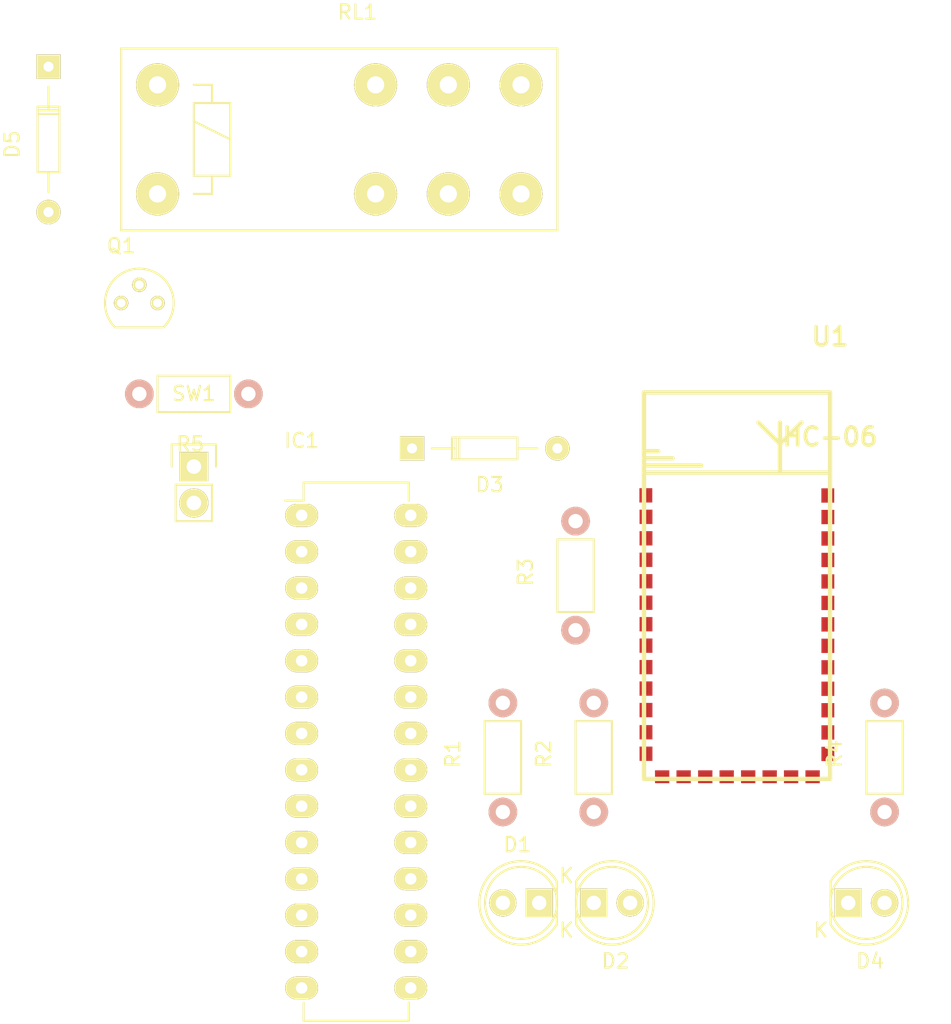
<source format=kicad_pcb>
(kicad_pcb (version 4) (host pcbnew 4.0.2-stable)

  (general
    (links 29)
    (no_connects 29)
    (area 127.14754 68.725 194.015 140.728601)
    (thickness 1.6)
    (drawings 0)
    (tracks 0)
    (zones 0)
    (modules 15)
    (nets 21)
  )

  (page A4)
  (layers
    (0 F.Cu signal)
    (31 B.Cu signal)
    (32 B.Adhes user)
    (33 F.Adhes user)
    (34 B.Paste user)
    (35 F.Paste user)
    (36 B.SilkS user)
    (37 F.SilkS user)
    (38 B.Mask user)
    (39 F.Mask user)
    (40 Dwgs.User user)
    (41 Cmts.User user)
    (42 Eco1.User user)
    (43 Eco2.User user)
    (44 Edge.Cuts user)
    (45 Margin user)
    (46 B.CrtYd user)
    (47 F.CrtYd user)
    (48 B.Fab user)
    (49 F.Fab user)
  )

  (setup
    (last_trace_width 0.25)
    (trace_clearance 0.2)
    (zone_clearance 0.508)
    (zone_45_only no)
    (trace_min 0.2)
    (segment_width 0.2)
    (edge_width 0.15)
    (via_size 0.6)
    (via_drill 0.4)
    (via_min_size 0.4)
    (via_min_drill 0.3)
    (uvia_size 0.3)
    (uvia_drill 0.1)
    (uvias_allowed no)
    (uvia_min_size 0.2)
    (uvia_min_drill 0.1)
    (pcb_text_width 0.3)
    (pcb_text_size 1.5 1.5)
    (mod_edge_width 0.15)
    (mod_text_size 1 1)
    (mod_text_width 0.15)
    (pad_size 1.524 1.524)
    (pad_drill 0.762)
    (pad_to_mask_clearance 0.2)
    (aux_axis_origin 0 0)
    (visible_elements 7FFFFFFF)
    (pcbplotparams
      (layerselection 0x00030_80000001)
      (usegerberextensions false)
      (excludeedgelayer true)
      (linewidth 0.100000)
      (plotframeref false)
      (viasonmask false)
      (mode 1)
      (useauxorigin false)
      (hpglpennumber 1)
      (hpglpenspeed 20)
      (hpglpendiameter 15)
      (hpglpenoverlay 2)
      (psnegative false)
      (psa4output false)
      (plotreference true)
      (plotvalue true)
      (plotinvisibletext false)
      (padsonsilk false)
      (subtractmaskfromsilk false)
      (outputformat 1)
      (mirror false)
      (drillshape 1)
      (scaleselection 1)
      (outputdirectory ""))
  )

  (net 0 "")
  (net 1 GND)
  (net 2 "Net-(D1-Pad2)")
  (net 3 "Net-(D2-Pad2)")
  (net 4 "Net-(D3-Pad2)")
  (net 5 "Net-(D3-Pad1)")
  (net 6 "Net-(D4-Pad2)")
  (net 7 "Net-(IC1-Pad2)")
  (net 8 +5V)
  (net 9 "Net-(IC1-Pad23)")
  (net 10 "Net-(IC1-Pad26)")
  (net 11 "Net-(R4-Pad2)")
  (net 12 "Net-(D5-Pad2)")
  (net 13 "Net-(D5-Pad1)")
  (net 14 "Net-(IC1-Pad1)")
  (net 15 "Net-(IC1-Pad28)")
  (net 16 "Net-(Q1-Pad2)")
  (net 17 +3V3)
  (net 18 "Net-(RL1-Pad12)")
  (net 19 STRIKER)
  (net 20 12VDC)

  (net_class Default "This is the default net class."
    (clearance 0.2)
    (trace_width 0.25)
    (via_dia 0.6)
    (via_drill 0.4)
    (uvia_dia 0.3)
    (uvia_drill 0.1)
    (add_net +3V3)
    (add_net +5V)
    (add_net 12VDC)
    (add_net GND)
    (add_net "Net-(D1-Pad2)")
    (add_net "Net-(D2-Pad2)")
    (add_net "Net-(D3-Pad1)")
    (add_net "Net-(D3-Pad2)")
    (add_net "Net-(D4-Pad2)")
    (add_net "Net-(D5-Pad1)")
    (add_net "Net-(D5-Pad2)")
    (add_net "Net-(IC1-Pad1)")
    (add_net "Net-(IC1-Pad2)")
    (add_net "Net-(IC1-Pad23)")
    (add_net "Net-(IC1-Pad26)")
    (add_net "Net-(IC1-Pad28)")
    (add_net "Net-(Q1-Pad2)")
    (add_net "Net-(R4-Pad2)")
    (add_net "Net-(RL1-Pad12)")
    (add_net STRIKER)
  )

  (module LEDs:LED-5MM (layer F.Cu) (tedit 5570F7EA) (tstamp 57A9DF23)
    (at 165.1 132.08 180)
    (descr "LED 5mm round vertical")
    (tags "LED 5mm round vertical")
    (path /57A9CD8B)
    (fp_text reference D1 (at 1.524 4.064 180) (layer F.SilkS)
      (effects (font (size 1 1) (thickness 0.15)))
    )
    (fp_text value LED (at 1.524 -3.937 180) (layer F.Fab)
      (effects (font (size 1 1) (thickness 0.15)))
    )
    (fp_line (start -1.5 -1.55) (end -1.5 1.55) (layer F.CrtYd) (width 0.05))
    (fp_arc (start 1.3 0) (end -1.5 1.55) (angle -302) (layer F.CrtYd) (width 0.05))
    (fp_arc (start 1.27 0) (end -1.23 -1.5) (angle 297.5) (layer F.SilkS) (width 0.15))
    (fp_line (start -1.23 1.5) (end -1.23 -1.5) (layer F.SilkS) (width 0.15))
    (fp_circle (center 1.27 0) (end 0.97 -2.5) (layer F.SilkS) (width 0.15))
    (fp_text user K (at -1.905 1.905 180) (layer F.SilkS)
      (effects (font (size 1 1) (thickness 0.15)))
    )
    (pad 1 thru_hole rect (at 0 0 270) (size 2 1.9) (drill 1.00076) (layers *.Cu *.Mask F.SilkS)
      (net 1 GND))
    (pad 2 thru_hole circle (at 2.54 0 180) (size 1.9 1.9) (drill 1.00076) (layers *.Cu *.Mask F.SilkS)
      (net 2 "Net-(D1-Pad2)"))
    (model LEDs.3dshapes/LED-5MM.wrl
      (at (xyz 0.05 0 0))
      (scale (xyz 1 1 1))
      (rotate (xyz 0 0 90))
    )
  )

  (module LEDs:LED-5MM (layer F.Cu) (tedit 5570F7EA) (tstamp 57A9DF29)
    (at 168.91 132.08)
    (descr "LED 5mm round vertical")
    (tags "LED 5mm round vertical")
    (path /57A9CD5C)
    (fp_text reference D2 (at 1.524 4.064) (layer F.SilkS)
      (effects (font (size 1 1) (thickness 0.15)))
    )
    (fp_text value LED (at 1.524 -3.937) (layer F.Fab)
      (effects (font (size 1 1) (thickness 0.15)))
    )
    (fp_line (start -1.5 -1.55) (end -1.5 1.55) (layer F.CrtYd) (width 0.05))
    (fp_arc (start 1.3 0) (end -1.5 1.55) (angle -302) (layer F.CrtYd) (width 0.05))
    (fp_arc (start 1.27 0) (end -1.23 -1.5) (angle 297.5) (layer F.SilkS) (width 0.15))
    (fp_line (start -1.23 1.5) (end -1.23 -1.5) (layer F.SilkS) (width 0.15))
    (fp_circle (center 1.27 0) (end 0.97 -2.5) (layer F.SilkS) (width 0.15))
    (fp_text user K (at -1.905 1.905) (layer F.SilkS)
      (effects (font (size 1 1) (thickness 0.15)))
    )
    (pad 1 thru_hole rect (at 0 0 90) (size 2 1.9) (drill 1.00076) (layers *.Cu *.Mask F.SilkS)
      (net 1 GND))
    (pad 2 thru_hole circle (at 2.54 0) (size 1.9 1.9) (drill 1.00076) (layers *.Cu *.Mask F.SilkS)
      (net 3 "Net-(D2-Pad2)"))
    (model LEDs.3dshapes/LED-5MM.wrl
      (at (xyz 0.05 0 0))
      (scale (xyz 1 1 1))
      (rotate (xyz 0 0 90))
    )
  )

  (module Diodes_ThroughHole:Diode_DO-35_SOD27_Horizontal_RM10 (layer F.Cu) (tedit 552FFC30) (tstamp 57A9DF2F)
    (at 156.21 100.33)
    (descr "Diode, DO-35,  SOD27, Horizontal, RM 10mm")
    (tags "Diode, DO-35, SOD27, Horizontal, RM 10mm, 1N4148,")
    (path /57A9CB7C)
    (fp_text reference D3 (at 5.43052 2.53746) (layer F.SilkS)
      (effects (font (size 1 1) (thickness 0.15)))
    )
    (fp_text value 1N4148 (at 4.41452 -3.55854) (layer F.Fab)
      (effects (font (size 1 1) (thickness 0.15)))
    )
    (fp_line (start 7.36652 -0.00254) (end 8.76352 -0.00254) (layer F.SilkS) (width 0.15))
    (fp_line (start 2.92152 -0.00254) (end 1.39752 -0.00254) (layer F.SilkS) (width 0.15))
    (fp_line (start 3.30252 -0.76454) (end 3.30252 0.75946) (layer F.SilkS) (width 0.15))
    (fp_line (start 3.04852 -0.76454) (end 3.04852 0.75946) (layer F.SilkS) (width 0.15))
    (fp_line (start 2.79452 -0.00254) (end 2.79452 0.75946) (layer F.SilkS) (width 0.15))
    (fp_line (start 2.79452 0.75946) (end 7.36652 0.75946) (layer F.SilkS) (width 0.15))
    (fp_line (start 7.36652 0.75946) (end 7.36652 -0.76454) (layer F.SilkS) (width 0.15))
    (fp_line (start 7.36652 -0.76454) (end 2.79452 -0.76454) (layer F.SilkS) (width 0.15))
    (fp_line (start 2.79452 -0.76454) (end 2.79452 -0.00254) (layer F.SilkS) (width 0.15))
    (pad 2 thru_hole circle (at 10.16052 -0.00254 180) (size 1.69926 1.69926) (drill 0.70104) (layers *.Cu *.Mask F.SilkS)
      (net 4 "Net-(D3-Pad2)"))
    (pad 1 thru_hole rect (at 0.00052 -0.00254 180) (size 1.69926 1.69926) (drill 0.70104) (layers *.Cu *.Mask F.SilkS)
      (net 5 "Net-(D3-Pad1)"))
    (model Diodes_ThroughHole.3dshapes/Diode_DO-35_SOD27_Horizontal_RM10.wrl
      (at (xyz 0.2 0 0))
      (scale (xyz 0.4 0.4 0.4))
      (rotate (xyz 0 0 180))
    )
  )

  (module LEDs:LED-5MM (layer F.Cu) (tedit 5570F7EA) (tstamp 57A9DF35)
    (at 186.69 132.08)
    (descr "LED 5mm round vertical")
    (tags "LED 5mm round vertical")
    (path /57A9CDD8)
    (fp_text reference D4 (at 1.524 4.064) (layer F.SilkS)
      (effects (font (size 1 1) (thickness 0.15)))
    )
    (fp_text value LED (at 1.524 -3.937) (layer F.Fab)
      (effects (font (size 1 1) (thickness 0.15)))
    )
    (fp_line (start -1.5 -1.55) (end -1.5 1.55) (layer F.CrtYd) (width 0.05))
    (fp_arc (start 1.3 0) (end -1.5 1.55) (angle -302) (layer F.CrtYd) (width 0.05))
    (fp_arc (start 1.27 0) (end -1.23 -1.5) (angle 297.5) (layer F.SilkS) (width 0.15))
    (fp_line (start -1.23 1.5) (end -1.23 -1.5) (layer F.SilkS) (width 0.15))
    (fp_circle (center 1.27 0) (end 0.97 -2.5) (layer F.SilkS) (width 0.15))
    (fp_text user K (at -1.905 1.905) (layer F.SilkS)
      (effects (font (size 1 1) (thickness 0.15)))
    )
    (pad 1 thru_hole rect (at 0 0 90) (size 2 1.9) (drill 1.00076) (layers *.Cu *.Mask F.SilkS)
      (net 1 GND))
    (pad 2 thru_hole circle (at 2.54 0) (size 1.9 1.9) (drill 1.00076) (layers *.Cu *.Mask F.SilkS)
      (net 6 "Net-(D4-Pad2)"))
    (model LEDs.3dshapes/LED-5MM.wrl
      (at (xyz 0.05 0 0))
      (scale (xyz 1 1 1))
      (rotate (xyz 0 0 90))
    )
  )

  (module Housings_DIP:DIP-28_W7.62mm_LongPads (layer F.Cu) (tedit 54130A77) (tstamp 57A9DF55)
    (at 148.5011 105.0036)
    (descr "28-lead dip package, row spacing 7.62 mm (300 mils), longer pads")
    (tags "dil dip 2.54 300")
    (path /57A9C9B0)
    (fp_text reference IC1 (at 0 -5.22) (layer F.SilkS)
      (effects (font (size 1 1) (thickness 0.15)))
    )
    (fp_text value ATMEGA8-P (at 0 -3.72) (layer F.Fab)
      (effects (font (size 1 1) (thickness 0.15)))
    )
    (fp_line (start -1.4 -2.45) (end -1.4 35.5) (layer F.CrtYd) (width 0.05))
    (fp_line (start 9 -2.45) (end 9 35.5) (layer F.CrtYd) (width 0.05))
    (fp_line (start -1.4 -2.45) (end 9 -2.45) (layer F.CrtYd) (width 0.05))
    (fp_line (start -1.4 35.5) (end 9 35.5) (layer F.CrtYd) (width 0.05))
    (fp_line (start 0.135 -2.295) (end 0.135 -1.025) (layer F.SilkS) (width 0.15))
    (fp_line (start 7.485 -2.295) (end 7.485 -1.025) (layer F.SilkS) (width 0.15))
    (fp_line (start 7.485 35.315) (end 7.485 34.045) (layer F.SilkS) (width 0.15))
    (fp_line (start 0.135 35.315) (end 0.135 34.045) (layer F.SilkS) (width 0.15))
    (fp_line (start 0.135 -2.295) (end 7.485 -2.295) (layer F.SilkS) (width 0.15))
    (fp_line (start 0.135 35.315) (end 7.485 35.315) (layer F.SilkS) (width 0.15))
    (fp_line (start 0.135 -1.025) (end -1.15 -1.025) (layer F.SilkS) (width 0.15))
    (pad 1 thru_hole oval (at 0 0) (size 2.3 1.6) (drill 0.8) (layers *.Cu *.Mask F.SilkS)
      (net 14 "Net-(IC1-Pad1)"))
    (pad 2 thru_hole oval (at 0 2.54) (size 2.3 1.6) (drill 0.8) (layers *.Cu *.Mask F.SilkS)
      (net 7 "Net-(IC1-Pad2)"))
    (pad 3 thru_hole oval (at 0 5.08) (size 2.3 1.6) (drill 0.8) (layers *.Cu *.Mask F.SilkS)
      (net 5 "Net-(D3-Pad1)"))
    (pad 4 thru_hole oval (at 0 7.62) (size 2.3 1.6) (drill 0.8) (layers *.Cu *.Mask F.SilkS))
    (pad 5 thru_hole oval (at 0 10.16) (size 2.3 1.6) (drill 0.8) (layers *.Cu *.Mask F.SilkS))
    (pad 6 thru_hole oval (at 0 12.7) (size 2.3 1.6) (drill 0.8) (layers *.Cu *.Mask F.SilkS))
    (pad 7 thru_hole oval (at 0 15.24) (size 2.3 1.6) (drill 0.8) (layers *.Cu *.Mask F.SilkS)
      (net 8 +5V))
    (pad 8 thru_hole oval (at 0 17.78) (size 2.3 1.6) (drill 0.8) (layers *.Cu *.Mask F.SilkS)
      (net 1 GND))
    (pad 9 thru_hole oval (at 0 20.32) (size 2.3 1.6) (drill 0.8) (layers *.Cu *.Mask F.SilkS))
    (pad 10 thru_hole oval (at 0 22.86) (size 2.3 1.6) (drill 0.8) (layers *.Cu *.Mask F.SilkS))
    (pad 11 thru_hole oval (at 0 25.4) (size 2.3 1.6) (drill 0.8) (layers *.Cu *.Mask F.SilkS))
    (pad 12 thru_hole oval (at 0 27.94) (size 2.3 1.6) (drill 0.8) (layers *.Cu *.Mask F.SilkS))
    (pad 13 thru_hole oval (at 0 30.48) (size 2.3 1.6) (drill 0.8) (layers *.Cu *.Mask F.SilkS))
    (pad 14 thru_hole oval (at 0 33.02) (size 2.3 1.6) (drill 0.8) (layers *.Cu *.Mask F.SilkS))
    (pad 15 thru_hole oval (at 7.62 33.02) (size 2.3 1.6) (drill 0.8) (layers *.Cu *.Mask F.SilkS))
    (pad 16 thru_hole oval (at 7.62 30.48) (size 2.3 1.6) (drill 0.8) (layers *.Cu *.Mask F.SilkS))
    (pad 17 thru_hole oval (at 7.62 27.94) (size 2.3 1.6) (drill 0.8) (layers *.Cu *.Mask F.SilkS))
    (pad 18 thru_hole oval (at 7.62 25.4) (size 2.3 1.6) (drill 0.8) (layers *.Cu *.Mask F.SilkS))
    (pad 19 thru_hole oval (at 7.62 22.86) (size 2.3 1.6) (drill 0.8) (layers *.Cu *.Mask F.SilkS))
    (pad 20 thru_hole oval (at 7.62 20.32) (size 2.3 1.6) (drill 0.8) (layers *.Cu *.Mask F.SilkS)
      (net 8 +5V))
    (pad 21 thru_hole oval (at 7.62 17.78) (size 2.3 1.6) (drill 0.8) (layers *.Cu *.Mask F.SilkS))
    (pad 22 thru_hole oval (at 7.62 15.24) (size 2.3 1.6) (drill 0.8) (layers *.Cu *.Mask F.SilkS)
      (net 1 GND))
    (pad 23 thru_hole oval (at 7.62 12.7) (size 2.3 1.6) (drill 0.8) (layers *.Cu *.Mask F.SilkS)
      (net 9 "Net-(IC1-Pad23)"))
    (pad 24 thru_hole oval (at 7.62 10.16) (size 2.3 1.6) (drill 0.8) (layers *.Cu *.Mask F.SilkS))
    (pad 25 thru_hole oval (at 7.62 7.62) (size 2.3 1.6) (drill 0.8) (layers *.Cu *.Mask F.SilkS))
    (pad 26 thru_hole oval (at 7.62 5.08) (size 2.3 1.6) (drill 0.8) (layers *.Cu *.Mask F.SilkS)
      (net 10 "Net-(IC1-Pad26)"))
    (pad 27 thru_hole oval (at 7.62 2.54) (size 2.3 1.6) (drill 0.8) (layers *.Cu *.Mask F.SilkS))
    (pad 28 thru_hole oval (at 7.62 0) (size 2.3 1.6) (drill 0.8) (layers *.Cu *.Mask F.SilkS)
      (net 15 "Net-(IC1-Pad28)"))
    (model Housings_DIP.3dshapes/DIP-28_W7.62mm_LongPads.wrl
      (at (xyz 0 0 0))
      (scale (xyz 1 1 1))
      (rotate (xyz 0 0 0))
    )
  )

  (module Resistors_ThroughHole:Resistor_Horizontal_RM7mm (layer F.Cu) (tedit 569FCF07) (tstamp 57A9DF5B)
    (at 162.56 125.73 90)
    (descr "Resistor, Axial,  RM 7.62mm, 1/3W,")
    (tags "Resistor Axial RM 7.62mm 1/3W R3")
    (path /57A9ECD4)
    (fp_text reference R1 (at 4.05892 -3.50012 90) (layer F.SilkS)
      (effects (font (size 1 1) (thickness 0.15)))
    )
    (fp_text value 330R (at 3.81 3.81 90) (layer F.Fab)
      (effects (font (size 1 1) (thickness 0.15)))
    )
    (fp_line (start -1.25 -1.5) (end 8.85 -1.5) (layer F.CrtYd) (width 0.05))
    (fp_line (start -1.25 1.5) (end -1.25 -1.5) (layer F.CrtYd) (width 0.05))
    (fp_line (start 8.85 -1.5) (end 8.85 1.5) (layer F.CrtYd) (width 0.05))
    (fp_line (start -1.25 1.5) (end 8.85 1.5) (layer F.CrtYd) (width 0.05))
    (fp_line (start 1.27 -1.27) (end 6.35 -1.27) (layer F.SilkS) (width 0.15))
    (fp_line (start 6.35 -1.27) (end 6.35 1.27) (layer F.SilkS) (width 0.15))
    (fp_line (start 6.35 1.27) (end 1.27 1.27) (layer F.SilkS) (width 0.15))
    (fp_line (start 1.27 1.27) (end 1.27 -1.27) (layer F.SilkS) (width 0.15))
    (pad 1 thru_hole circle (at 0 0 90) (size 1.99898 1.99898) (drill 1.00076) (layers *.Cu *.SilkS *.Mask)
      (net 2 "Net-(D1-Pad2)"))
    (pad 2 thru_hole circle (at 7.62 0 90) (size 1.99898 1.99898) (drill 1.00076) (layers *.Cu *.SilkS *.Mask)
      (net 9 "Net-(IC1-Pad23)"))
  )

  (module Resistors_ThroughHole:Resistor_Horizontal_RM7mm (layer F.Cu) (tedit 569FCF07) (tstamp 57A9DF61)
    (at 168.91 125.73 90)
    (descr "Resistor, Axial,  RM 7.62mm, 1/3W,")
    (tags "Resistor Axial RM 7.62mm 1/3W R3")
    (path /57A9CC92)
    (fp_text reference R2 (at 4.05892 -3.50012 90) (layer F.SilkS)
      (effects (font (size 1 1) (thickness 0.15)))
    )
    (fp_text value 330R (at 3.81 3.81 90) (layer F.Fab)
      (effects (font (size 1 1) (thickness 0.15)))
    )
    (fp_line (start -1.25 -1.5) (end 8.85 -1.5) (layer F.CrtYd) (width 0.05))
    (fp_line (start -1.25 1.5) (end -1.25 -1.5) (layer F.CrtYd) (width 0.05))
    (fp_line (start 8.85 -1.5) (end 8.85 1.5) (layer F.CrtYd) (width 0.05))
    (fp_line (start -1.25 1.5) (end 8.85 1.5) (layer F.CrtYd) (width 0.05))
    (fp_line (start 1.27 -1.27) (end 6.35 -1.27) (layer F.SilkS) (width 0.15))
    (fp_line (start 6.35 -1.27) (end 6.35 1.27) (layer F.SilkS) (width 0.15))
    (fp_line (start 6.35 1.27) (end 1.27 1.27) (layer F.SilkS) (width 0.15))
    (fp_line (start 1.27 1.27) (end 1.27 -1.27) (layer F.SilkS) (width 0.15))
    (pad 1 thru_hole circle (at 0 0 90) (size 1.99898 1.99898) (drill 1.00076) (layers *.Cu *.SilkS *.Mask)
      (net 3 "Net-(D2-Pad2)"))
    (pad 2 thru_hole circle (at 7.62 0 90) (size 1.99898 1.99898) (drill 1.00076) (layers *.Cu *.SilkS *.Mask)
      (net 10 "Net-(IC1-Pad26)"))
  )

  (module Resistors_ThroughHole:Resistor_Horizontal_RM7mm (layer F.Cu) (tedit 569FCF07) (tstamp 57A9DF67)
    (at 167.64 113.03 90)
    (descr "Resistor, Axial,  RM 7.62mm, 1/3W,")
    (tags "Resistor Axial RM 7.62mm 1/3W R3")
    (path /57A9CC07)
    (fp_text reference R3 (at 4.05892 -3.50012 90) (layer F.SilkS)
      (effects (font (size 1 1) (thickness 0.15)))
    )
    (fp_text value 3K3 (at 3.81 3.81 90) (layer F.Fab)
      (effects (font (size 1 1) (thickness 0.15)))
    )
    (fp_line (start -1.25 -1.5) (end 8.85 -1.5) (layer F.CrtYd) (width 0.05))
    (fp_line (start -1.25 1.5) (end -1.25 -1.5) (layer F.CrtYd) (width 0.05))
    (fp_line (start 8.85 -1.5) (end 8.85 1.5) (layer F.CrtYd) (width 0.05))
    (fp_line (start -1.25 1.5) (end 8.85 1.5) (layer F.CrtYd) (width 0.05))
    (fp_line (start 1.27 -1.27) (end 6.35 -1.27) (layer F.SilkS) (width 0.15))
    (fp_line (start 6.35 -1.27) (end 6.35 1.27) (layer F.SilkS) (width 0.15))
    (fp_line (start 6.35 1.27) (end 1.27 1.27) (layer F.SilkS) (width 0.15))
    (fp_line (start 1.27 1.27) (end 1.27 -1.27) (layer F.SilkS) (width 0.15))
    (pad 1 thru_hole circle (at 0 0 90) (size 1.99898 1.99898) (drill 1.00076) (layers *.Cu *.SilkS *.Mask)
      (net 17 +3V3))
    (pad 2 thru_hole circle (at 7.62 0 90) (size 1.99898 1.99898) (drill 1.00076) (layers *.Cu *.SilkS *.Mask)
      (net 4 "Net-(D3-Pad2)"))
  )

  (module Resistors_ThroughHole:Resistor_Horizontal_RM7mm (layer F.Cu) (tedit 569FCF07) (tstamp 57A9DF6D)
    (at 189.23 125.73 90)
    (descr "Resistor, Axial,  RM 7.62mm, 1/3W,")
    (tags "Resistor Axial RM 7.62mm 1/3W R3")
    (path /57A9CD19)
    (fp_text reference R4 (at 4.05892 -3.50012 90) (layer F.SilkS)
      (effects (font (size 1 1) (thickness 0.15)))
    )
    (fp_text value 470R (at 3.81 3.81 90) (layer F.Fab)
      (effects (font (size 1 1) (thickness 0.15)))
    )
    (fp_line (start -1.25 -1.5) (end 8.85 -1.5) (layer F.CrtYd) (width 0.05))
    (fp_line (start -1.25 1.5) (end -1.25 -1.5) (layer F.CrtYd) (width 0.05))
    (fp_line (start 8.85 -1.5) (end 8.85 1.5) (layer F.CrtYd) (width 0.05))
    (fp_line (start -1.25 1.5) (end 8.85 1.5) (layer F.CrtYd) (width 0.05))
    (fp_line (start 1.27 -1.27) (end 6.35 -1.27) (layer F.SilkS) (width 0.15))
    (fp_line (start 6.35 -1.27) (end 6.35 1.27) (layer F.SilkS) (width 0.15))
    (fp_line (start 6.35 1.27) (end 1.27 1.27) (layer F.SilkS) (width 0.15))
    (fp_line (start 1.27 1.27) (end 1.27 -1.27) (layer F.SilkS) (width 0.15))
    (pad 1 thru_hole circle (at 0 0 90) (size 1.99898 1.99898) (drill 1.00076) (layers *.Cu *.SilkS *.Mask)
      (net 6 "Net-(D4-Pad2)"))
    (pad 2 thru_hole circle (at 7.62 0 90) (size 1.99898 1.99898) (drill 1.00076) (layers *.Cu *.SilkS *.Mask)
      (net 11 "Net-(R4-Pad2)"))
  )

  (module SMD_Packages:HC-05 (layer F.Cu) (tedit 53D66AF1) (tstamp 57A9DF93)
    (at 185.42 96.52)
    (path /57A9E29D)
    (clearance 0.50038)
    (fp_text reference U1 (at 0 -4.0005) (layer F.SilkS)
      (effects (font (size 1.27 1.27) (thickness 0.254)))
    )
    (fp_text value HC-06 (at 0 2.99974) (layer F.SilkS)
      (effects (font (size 1.27 1.27) (thickness 0.254)))
    )
    (fp_line (start -12.99972 4.0005) (end -12.0015 4.0005) (layer F.SilkS) (width 0.3048))
    (fp_line (start -12.99972 4.50088) (end -11.00074 4.50088) (layer F.SilkS) (width 0.3048))
    (fp_line (start -12.99972 5.00126) (end -8.99922 5.00126) (layer F.SilkS) (width 0.3048))
    (fp_line (start -3.50012 3.50012) (end -1.99898 2.00152) (layer F.SilkS) (width 0.3048))
    (fp_line (start -3.50012 2.00152) (end -3.50012 3.50012) (layer F.SilkS) (width 0.3048))
    (fp_line (start -3.50012 5.4991) (end -3.50012 3.50012) (layer F.SilkS) (width 0.3048))
    (fp_line (start -3.50012 3.50012) (end -5.00126 2.00152) (layer F.SilkS) (width 0.3048))
    (fp_line (start -12.99972 5.4991) (end 0 5.4991) (layer F.SilkS) (width 0.3048))
    (fp_line (start -12.99972 -0.1016) (end -12.99972 26.8986) (layer F.SilkS) (width 0.3048))
    (fp_line (start -12.99972 26.8986) (end 0 26.8986) (layer F.SilkS) (width 0.3048))
    (fp_line (start 0 -0.1016) (end 0 26.8986) (layer F.SilkS) (width 0.3048))
    (fp_line (start -12.99972 -0.1016) (end 0 -0.1016) (layer F.SilkS) (width 0.3048))
    (pad 22 smd rect (at -0.1524 25.15362) (size 0.89916 1.00076) (layers F.Cu F.Paste F.Mask))
    (pad 23 smd rect (at -0.1524 23.65248) (size 0.89916 1.00076) (layers F.Cu F.Paste F.Mask))
    (pad 24 smd rect (at -0.1524 22.10308) (size 0.89916 1.00076) (layers F.Cu F.Paste F.Mask)
      (net 11 "Net-(R4-Pad2)"))
    (pad 25 smd rect (at -0.1524 20.60194) (size 0.89916 1.00076) (layers F.Cu F.Paste F.Mask))
    (pad 26 smd rect (at -0.1524 19.10334) (size 0.89916 1.00076) (layers F.Cu F.Paste F.Mask))
    (pad 27 smd rect (at -0.1524 17.6022) (size 0.89916 1.00076) (layers F.Cu F.Paste F.Mask))
    (pad 28 smd rect (at -0.1524 16.1036) (size 0.89916 1.00076) (layers F.Cu F.Paste F.Mask))
    (pad 29 smd rect (at -0.1524 14.60246) (size 0.89916 1.00076) (layers F.Cu F.Paste F.Mask))
    (pad 30 smd rect (at -0.1524 13.10386) (size 0.89916 1.00076) (layers F.Cu F.Paste F.Mask))
    (pad 31 smd rect (at -0.1524 11.60272) (size 0.89916 1.00076) (layers F.Cu F.Paste F.Mask))
    (pad 32 smd rect (at -0.1524 10.10158) (size 0.89916 1.00076) (layers F.Cu F.Paste F.Mask)
      (clearance 0.50038))
    (pad 33 smd rect (at -0.1524 8.60298) (size 0.89916 1.00076) (layers F.Cu F.Paste F.Mask)
      (clearance 0.50038))
    (pad 34 smd rect (at -0.15748 7.0993) (size 0.89916 1.00076) (layers F.Cu F.Paste F.Mask)
      (clearance 0.50038))
    (pad 1 smd rect (at -12.87018 7.08914) (size 0.89916 1.00076) (layers F.Cu F.Paste F.Mask)
      (net 7 "Net-(IC1-Pad2)") (clearance 0.50038))
    (pad 2 smd rect (at -12.86002 8.59028) (size 0.89916 1.00076) (layers F.Cu F.Paste F.Mask)
      (net 4 "Net-(D3-Pad2)") (clearance 0.50038))
    (pad 3 smd rect (at -12.86002 10.08888) (size 0.89916 1.00076) (layers F.Cu F.Paste F.Mask)
      (clearance 0.50038))
    (pad 4 smd rect (at -12.86002 11.59002) (size 0.89916 1.00076) (layers F.Cu F.Paste F.Mask))
    (pad 5 smd rect (at -12.86002 13.09116) (size 0.89916 1.00076) (layers F.Cu F.Paste F.Mask))
    (pad 6 smd rect (at -12.86002 14.58976) (size 0.89916 1.00076) (layers F.Cu F.Paste F.Mask))
    (pad 7 smd rect (at -12.86002 16.0909) (size 0.89916 1.00076) (layers F.Cu F.Paste F.Mask))
    (pad 8 smd rect (at -12.86002 17.5895) (size 0.89916 1.00076) (layers F.Cu F.Paste F.Mask))
    (pad 9 smd rect (at -12.86002 19.09064) (size 0.89916 1.00076) (layers F.Cu F.Paste F.Mask))
    (pad 10 smd rect (at -12.86002 20.58924) (size 0.89916 1.00076) (layers F.Cu F.Paste F.Mask))
    (pad 11 smd rect (at -12.86002 22.09038) (size 0.89916 1.00076) (layers F.Cu F.Paste F.Mask))
    (pad 12 smd rect (at -12.86002 23.63978) (size 0.89916 1.00076) (layers F.Cu F.Paste F.Mask)
      (net 17 +3V3))
    (pad 13 smd rect (at -12.86002 25.14092) (size 0.89916 1.00076) (layers F.Cu F.Paste F.Mask)
      (net 1 GND))
    (pad 14 smd rect (at -11.72972 26.74874) (size 1.00076 0.89916) (layers F.Cu F.Paste F.Mask))
    (pad 15 smd rect (at -10.23112 26.74874) (size 1.00076 0.89916) (layers F.Cu F.Paste F.Mask))
    (pad 16 smd rect (at -8.71982 26.74874) (size 1.00076 0.89916) (layers F.Cu F.Paste F.Mask))
    (pad 17 smd rect (at -7.22122 26.74874) (size 1.00076 0.89916) (layers F.Cu F.Paste F.Mask))
    (pad 18 smd rect (at -5.72008 26.74874) (size 1.00076 0.89916) (layers F.Cu F.Paste F.Mask))
    (pad 19 smd rect (at -4.21894 26.74874) (size 1.00076 0.89916) (layers F.Cu F.Paste F.Mask))
    (pad 20 smd rect (at -2.72034 26.74874) (size 1.00076 0.89916) (layers F.Cu F.Paste F.Mask))
    (pad 21 smd rect (at -1.2192 26.74874) (size 1.00076 0.89916) (layers F.Cu F.Paste F.Mask)
      (net 1 GND))
  )

  (module Diodes_ThroughHole:Diode_DO-35_SOD27_Horizontal_RM10 (layer F.Cu) (tedit 552FFC30) (tstamp 57A9F401)
    (at 130.81 73.66 270)
    (descr "Diode, DO-35,  SOD27, Horizontal, RM 10mm")
    (tags "Diode, DO-35, SOD27, Horizontal, RM 10mm, 1N4148,")
    (path /57A9E21D)
    (fp_text reference D5 (at 5.43052 2.53746 270) (layer F.SilkS)
      (effects (font (size 1 1) (thickness 0.15)))
    )
    (fp_text value 1N4148 (at 4.41452 -3.55854 270) (layer F.Fab)
      (effects (font (size 1 1) (thickness 0.15)))
    )
    (fp_line (start 7.36652 -0.00254) (end 8.76352 -0.00254) (layer F.SilkS) (width 0.15))
    (fp_line (start 2.92152 -0.00254) (end 1.39752 -0.00254) (layer F.SilkS) (width 0.15))
    (fp_line (start 3.30252 -0.76454) (end 3.30252 0.75946) (layer F.SilkS) (width 0.15))
    (fp_line (start 3.04852 -0.76454) (end 3.04852 0.75946) (layer F.SilkS) (width 0.15))
    (fp_line (start 2.79452 -0.00254) (end 2.79452 0.75946) (layer F.SilkS) (width 0.15))
    (fp_line (start 2.79452 0.75946) (end 7.36652 0.75946) (layer F.SilkS) (width 0.15))
    (fp_line (start 7.36652 0.75946) (end 7.36652 -0.76454) (layer F.SilkS) (width 0.15))
    (fp_line (start 7.36652 -0.76454) (end 2.79452 -0.76454) (layer F.SilkS) (width 0.15))
    (fp_line (start 2.79452 -0.76454) (end 2.79452 -0.00254) (layer F.SilkS) (width 0.15))
    (pad 2 thru_hole circle (at 10.16052 -0.00254 90) (size 1.69926 1.69926) (drill 0.70104) (layers *.Cu *.Mask F.SilkS)
      (net 12 "Net-(D5-Pad2)"))
    (pad 1 thru_hole rect (at 0.00052 -0.00254 90) (size 1.69926 1.69926) (drill 0.70104) (layers *.Cu *.Mask F.SilkS)
      (net 13 "Net-(D5-Pad1)"))
    (model Diodes_ThroughHole.3dshapes/Diode_DO-35_SOD27_Horizontal_RM10.wrl
      (at (xyz 0.2 0 0))
      (scale (xyz 0.4 0.4 0.4))
      (rotate (xyz 0 0 180))
    )
  )

  (module TO_SOT_Packages_THT:TO-92_Molded_Narrow (layer F.Cu) (tedit 54F242E1) (tstamp 57A9F408)
    (at 135.89 90.17)
    (descr "TO-92 leads molded, narrow, drill 0.6mm (see NXP sot054_po.pdf)")
    (tags "to-92 sc-43 sc-43a sot54 PA33 transistor")
    (path /57A9E338)
    (fp_text reference Q1 (at 0 -4) (layer F.SilkS)
      (effects (font (size 1 1) (thickness 0.15)))
    )
    (fp_text value PN2222A (at 0 3) (layer F.Fab)
      (effects (font (size 1 1) (thickness 0.15)))
    )
    (fp_line (start -1.4 1.95) (end -1.4 -2.65) (layer F.CrtYd) (width 0.05))
    (fp_line (start -1.4 1.95) (end 3.9 1.95) (layer F.CrtYd) (width 0.05))
    (fp_line (start -0.43 1.7) (end 2.97 1.7) (layer F.SilkS) (width 0.15))
    (fp_arc (start 1.27 0) (end 1.27 -2.4) (angle -135) (layer F.SilkS) (width 0.15))
    (fp_arc (start 1.27 0) (end 1.27 -2.4) (angle 135) (layer F.SilkS) (width 0.15))
    (fp_line (start -1.4 -2.65) (end 3.9 -2.65) (layer F.CrtYd) (width 0.05))
    (fp_line (start 3.9 1.95) (end 3.9 -2.65) (layer F.CrtYd) (width 0.05))
    (pad 2 thru_hole circle (at 1.27 -1.27 90) (size 1.00076 1.00076) (drill 0.6) (layers *.Cu *.Mask F.SilkS)
      (net 16 "Net-(Q1-Pad2)"))
    (pad 3 thru_hole circle (at 2.54 0 90) (size 1.00076 1.00076) (drill 0.6) (layers *.Cu *.Mask F.SilkS)
      (net 12 "Net-(D5-Pad2)"))
    (pad 1 thru_hole circle (at 0 0 90) (size 1.00076 1.00076) (drill 0.6) (layers *.Cu *.Mask F.SilkS)
      (net 1 GND))
    (model TO_SOT_Packages_THT.3dshapes/TO-92_Molded_Narrow.wrl
      (at (xyz 0.05 0 0))
      (scale (xyz 1 1 1))
      (rotate (xyz 0 0 -90))
    )
  )

  (module Resistors_ThroughHole:Resistor_Horizontal_RM7mm (layer F.Cu) (tedit 569FCF07) (tstamp 57A9F40E)
    (at 144.78 96.52 180)
    (descr "Resistor, Axial,  RM 7.62mm, 1/3W,")
    (tags "Resistor Axial RM 7.62mm 1/3W R3")
    (path /57A9E992)
    (fp_text reference R5 (at 4.05892 -3.50012 180) (layer F.SilkS)
      (effects (font (size 1 1) (thickness 0.15)))
    )
    (fp_text value 3K3 (at 3.81 3.81 180) (layer F.Fab)
      (effects (font (size 1 1) (thickness 0.15)))
    )
    (fp_line (start -1.25 -1.5) (end 8.85 -1.5) (layer F.CrtYd) (width 0.05))
    (fp_line (start -1.25 1.5) (end -1.25 -1.5) (layer F.CrtYd) (width 0.05))
    (fp_line (start 8.85 -1.5) (end 8.85 1.5) (layer F.CrtYd) (width 0.05))
    (fp_line (start -1.25 1.5) (end 8.85 1.5) (layer F.CrtYd) (width 0.05))
    (fp_line (start 1.27 -1.27) (end 6.35 -1.27) (layer F.SilkS) (width 0.15))
    (fp_line (start 6.35 -1.27) (end 6.35 1.27) (layer F.SilkS) (width 0.15))
    (fp_line (start 6.35 1.27) (end 1.27 1.27) (layer F.SilkS) (width 0.15))
    (fp_line (start 1.27 1.27) (end 1.27 -1.27) (layer F.SilkS) (width 0.15))
    (pad 1 thru_hole circle (at 0 0 180) (size 1.99898 1.99898) (drill 1.00076) (layers *.Cu *.SilkS *.Mask)
      (net 15 "Net-(IC1-Pad28)"))
    (pad 2 thru_hole circle (at 7.62 0 180) (size 1.99898 1.99898) (drill 1.00076) (layers *.Cu *.SilkS *.Mask)
      (net 16 "Net-(Q1-Pad2)"))
  )

  (module Relays_ThroughHole:Relay_SPDT_Schrack-RT1_RM5mm (layer F.Cu) (tedit 54C876BE) (tstamp 57A9F41A)
    (at 138.43 82.55)
    (descr "Relay, SPST, Schrack-RT1, RM5mm,")
    (tags "Relay, SPST,  Schrack-RT1, RM5mm, Reais, 1 x um,")
    (path /57A9E159)
    (fp_text reference RL1 (at 13.97 -12.7) (layer F.SilkS)
      (effects (font (size 1 1) (thickness 0.15)))
    )
    (fp_text value RM50-xx11 (at 10.16 5.08) (layer F.Fab)
      (effects (font (size 1 1) (thickness 0.15)))
    )
    (fp_line (start 2.54 -5.08) (end 5.08 -3.81) (layer F.SilkS) (width 0.15))
    (fp_line (start 3.81 -1.27) (end 3.81 0) (layer F.SilkS) (width 0.15))
    (fp_line (start 3.81 0) (end 2.54 0) (layer F.SilkS) (width 0.15))
    (fp_line (start 2.54 -7.62) (end 3.81 -7.62) (layer F.SilkS) (width 0.15))
    (fp_line (start 3.81 -7.62) (end 3.81 -6.35) (layer F.SilkS) (width 0.15))
    (fp_line (start 3.81 -6.35) (end 5.08 -6.35) (layer F.SilkS) (width 0.15))
    (fp_line (start 5.08 -6.35) (end 5.08 -1.27) (layer F.SilkS) (width 0.15))
    (fp_line (start 5.08 -1.27) (end 2.54 -1.27) (layer F.SilkS) (width 0.15))
    (fp_line (start 2.54 -1.27) (end 2.54 -6.35) (layer F.SilkS) (width 0.15))
    (fp_line (start 2.54 -6.35) (end 3.81 -6.35) (layer F.SilkS) (width 0.15))
    (fp_line (start -2.54 -10.16) (end 27.94 -10.16) (layer F.SilkS) (width 0.15))
    (fp_line (start 27.94 -10.16) (end 27.94 2.54) (layer F.SilkS) (width 0.15))
    (fp_line (start 27.94 2.54) (end -2.54 2.54) (layer F.SilkS) (width 0.15))
    (fp_line (start -2.54 2.54) (end -2.54 -10.16) (layer F.SilkS) (width 0.15))
    (pad A1 thru_hole circle (at 0 -7.62) (size 2.99974 2.99974) (drill 1.19888) (layers *.Cu *.Mask F.SilkS)
      (net 13 "Net-(D5-Pad1)"))
    (pad A2 thru_hole circle (at 0 0) (size 2.99974 2.99974) (drill 1.19888) (layers *.Cu *.Mask F.SilkS)
      (net 12 "Net-(D5-Pad2)"))
    (pad 12 thru_hole circle (at 15.24 0) (size 2.99974 2.99974) (drill 1.19888) (layers *.Cu *.Mask F.SilkS)
      (net 18 "Net-(RL1-Pad12)"))
    (pad 11 thru_hole circle (at 20.32 0) (size 2.99974 2.99974) (drill 1.19888) (layers *.Cu *.Mask F.SilkS)
      (net 19 STRIKER))
    (pad 14 thru_hole circle (at 25.4 0) (size 2.99974 2.99974) (drill 1.19888) (layers *.Cu *.Mask F.SilkS)
      (net 20 12VDC))
    (pad 12 thru_hole circle (at 15.24 -7.62) (size 2.99974 2.99974) (drill 1.19888) (layers *.Cu *.Mask F.SilkS)
      (net 18 "Net-(RL1-Pad12)"))
    (pad 11 thru_hole circle (at 20.32 -7.62) (size 2.99974 2.99974) (drill 1.19888) (layers *.Cu *.Mask F.SilkS)
      (net 19 STRIKER))
    (pad 14 thru_hole circle (at 25.4 -7.62) (size 2.99974 2.99974) (drill 1.19888) (layers *.Cu *.Mask F.SilkS)
      (net 20 12VDC))
  )

  (module Pin_Headers:Pin_Header_Straight_1x02 (layer F.Cu) (tedit 54EA090C) (tstamp 57A9F420)
    (at 140.97 101.6)
    (descr "Through hole pin header")
    (tags "pin header")
    (path /57A9ECAE)
    (fp_text reference SW1 (at 0 -5.1) (layer F.SilkS)
      (effects (font (size 1 1) (thickness 0.15)))
    )
    (fp_text value SW_PUSH_SMALL_H (at 0 -3.1) (layer F.Fab)
      (effects (font (size 1 1) (thickness 0.15)))
    )
    (fp_line (start 1.27 1.27) (end 1.27 3.81) (layer F.SilkS) (width 0.15))
    (fp_line (start 1.55 -1.55) (end 1.55 0) (layer F.SilkS) (width 0.15))
    (fp_line (start -1.75 -1.75) (end -1.75 4.3) (layer F.CrtYd) (width 0.05))
    (fp_line (start 1.75 -1.75) (end 1.75 4.3) (layer F.CrtYd) (width 0.05))
    (fp_line (start -1.75 -1.75) (end 1.75 -1.75) (layer F.CrtYd) (width 0.05))
    (fp_line (start -1.75 4.3) (end 1.75 4.3) (layer F.CrtYd) (width 0.05))
    (fp_line (start 1.27 1.27) (end -1.27 1.27) (layer F.SilkS) (width 0.15))
    (fp_line (start -1.55 0) (end -1.55 -1.55) (layer F.SilkS) (width 0.15))
    (fp_line (start -1.55 -1.55) (end 1.55 -1.55) (layer F.SilkS) (width 0.15))
    (fp_line (start -1.27 1.27) (end -1.27 3.81) (layer F.SilkS) (width 0.15))
    (fp_line (start -1.27 3.81) (end 1.27 3.81) (layer F.SilkS) (width 0.15))
    (pad 1 thru_hole rect (at 0 0) (size 2.032 2.032) (drill 1.016) (layers *.Cu *.Mask F.SilkS)
      (net 1 GND))
    (pad 2 thru_hole oval (at 0 2.54) (size 2.032 2.032) (drill 1.016) (layers *.Cu *.Mask F.SilkS)
      (net 14 "Net-(IC1-Pad1)"))
    (model Pin_Headers.3dshapes/Pin_Header_Straight_1x02.wrl
      (at (xyz 0 -0.05 0))
      (scale (xyz 1 1 1))
      (rotate (xyz 0 0 90))
    )
  )

)

</source>
